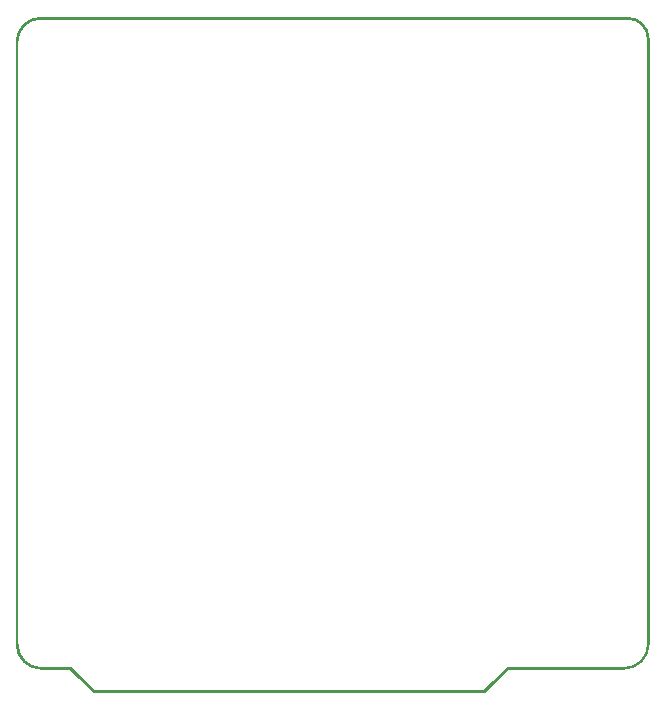
<source format=gko>
G04*
G04 #@! TF.GenerationSoftware,Altium Limited,Altium Designer,19.0.15 (446)*
G04*
G04 Layer_Color=16711935*
%FSLAX23Y23*%
%MOIN*%
G70*
G01*
G75*
%ADD11C,0.005*%
%ADD61C,0.005*%
D11*
X-2107Y-1798D02*
G03*
X-2026Y-1879I81J0D01*
G01*
X-1850Y-1957D02*
G03*
X-1848Y-1958I2J2D01*
G01*
X-549D02*
G03*
X-547Y-1957I0J3D01*
G01*
X-81Y-1879D02*
G03*
X0Y-1798I0J81D01*
G01*
X0Y221D02*
G03*
X-69Y290I-69J0D01*
G01*
X-71D02*
G03*
X-72Y290I-1J-2D01*
G01*
X-2025D02*
G03*
X-2026Y291I-0J-2D01*
G01*
D02*
G03*
X-2107Y212I0J-81D01*
G01*
X-2107D02*
G03*
X-2107Y211I2J-0D01*
G01*
X-3Y221D02*
G03*
X-69Y288I-67J0D01*
G01*
X-2026Y288D02*
G03*
X-2104Y209I0J-79D01*
G01*
X-2104Y-1798D02*
G03*
X-2026Y-1876I79J0D01*
G01*
X-81Y-1877D02*
G03*
X-3Y-1798I0J79D01*
G01*
X-2026Y-1879D02*
X-1928D01*
X-1850Y-1957D01*
X-1848Y-1958D02*
X-549D01*
X-547Y-1957D02*
X-469Y-1879D01*
X-81D01*
X0Y221D02*
X0Y-1798D01*
X-71Y290D02*
X-69D01*
X-2025Y290D02*
X-72D01*
X-2107Y212D02*
X-2107D01*
X-2107Y-1797D02*
X-2107Y211D01*
X-2107Y-1798D02*
Y-1797D01*
X-78Y288D02*
X-69D01*
X-3Y221D02*
X-3Y-1798D01*
X-2028Y288D02*
X-72D01*
X-2104Y-1798D02*
X-2104Y211D01*
X-1927Y-1876D02*
X-1848Y-1955D01*
X-2026Y-1876D02*
X-1927D01*
X-470Y-1877D02*
X-81D01*
X-470Y-1877D02*
Y-1877D01*
X-549Y-1955D02*
X-470Y-1877D01*
X-1848Y-1955D02*
X-549D01*
D61*
X-81Y-1879D02*
D03*
M02*

</source>
